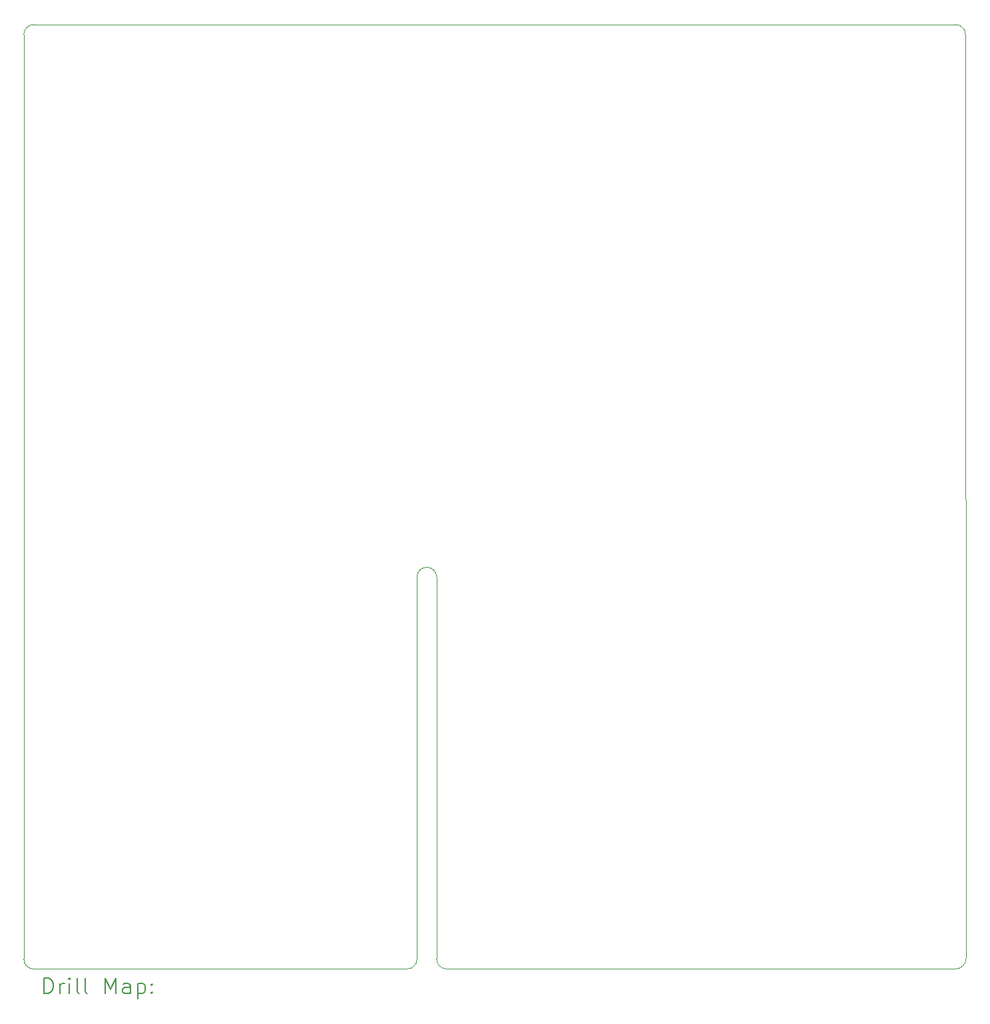
<source format=gbr>
%TF.GenerationSoftware,KiCad,Pcbnew,7.0.9*%
%TF.CreationDate,2025-01-17T20:12:48+02:00*%
%TF.ProjectId,varaajamonitori,76617261-616a-4616-9d6f-6e69746f7269,rev?*%
%TF.SameCoordinates,Original*%
%TF.FileFunction,Drillmap*%
%TF.FilePolarity,Positive*%
%FSLAX45Y45*%
G04 Gerber Fmt 4.5, Leading zero omitted, Abs format (unit mm)*
G04 Created by KiCad (PCBNEW 7.0.9) date 2025-01-17 20:12:48*
%MOMM*%
%LPD*%
G01*
G04 APERTURE LIST*
%ADD10C,0.050000*%
%ADD11C,0.200000*%
G04 APERTURE END LIST*
D10*
X10000000Y-10020000D02*
G75*
G03*
X9875000Y-9895000I-125000J0D01*
G01*
X9625000Y-15000000D02*
G75*
G03*
X9750000Y-14875000I0J125000D01*
G01*
X10000000Y-14875000D02*
G75*
G03*
X10125000Y-15000000I125000J0D01*
G01*
X16600000Y-15000003D02*
G75*
G03*
X16733463Y-14866537I0J133463D01*
G01*
X4750000Y-14875000D02*
G75*
G03*
X4875000Y-15000000I125000J0D01*
G01*
X4875000Y-3000000D02*
G75*
G03*
X4750000Y-3125000I0J-125000D01*
G01*
X16725000Y-3125000D02*
G75*
G03*
X16600000Y-3000000I-125000J0D01*
G01*
X10000000Y-10020000D02*
X10000000Y-14875000D01*
X9750000Y-14875000D02*
X9750000Y-10020000D01*
X4875000Y-15000000D02*
X9625000Y-15000000D01*
X9875000Y-9895000D02*
G75*
G03*
X9750000Y-10020000I0J-125000D01*
G01*
X10125000Y-15000000D02*
X16600000Y-15000000D01*
X16600000Y-3000000D02*
X4875000Y-3000000D01*
X16733463Y-14866537D02*
X16725000Y-3125000D01*
X4750000Y-14875000D02*
X4750000Y-3125000D01*
D11*
X5008277Y-15313984D02*
X5008277Y-15113984D01*
X5008277Y-15113984D02*
X5055896Y-15113984D01*
X5055896Y-15113984D02*
X5084467Y-15123508D01*
X5084467Y-15123508D02*
X5103515Y-15142555D01*
X5103515Y-15142555D02*
X5113039Y-15161603D01*
X5113039Y-15161603D02*
X5122563Y-15199698D01*
X5122563Y-15199698D02*
X5122563Y-15228269D01*
X5122563Y-15228269D02*
X5113039Y-15266365D01*
X5113039Y-15266365D02*
X5103515Y-15285412D01*
X5103515Y-15285412D02*
X5084467Y-15304460D01*
X5084467Y-15304460D02*
X5055896Y-15313984D01*
X5055896Y-15313984D02*
X5008277Y-15313984D01*
X5208277Y-15313984D02*
X5208277Y-15180650D01*
X5208277Y-15218746D02*
X5217801Y-15199698D01*
X5217801Y-15199698D02*
X5227324Y-15190174D01*
X5227324Y-15190174D02*
X5246372Y-15180650D01*
X5246372Y-15180650D02*
X5265420Y-15180650D01*
X5332086Y-15313984D02*
X5332086Y-15180650D01*
X5332086Y-15113984D02*
X5322563Y-15123508D01*
X5322563Y-15123508D02*
X5332086Y-15133031D01*
X5332086Y-15133031D02*
X5341610Y-15123508D01*
X5341610Y-15123508D02*
X5332086Y-15113984D01*
X5332086Y-15113984D02*
X5332086Y-15133031D01*
X5455896Y-15313984D02*
X5436848Y-15304460D01*
X5436848Y-15304460D02*
X5427324Y-15285412D01*
X5427324Y-15285412D02*
X5427324Y-15113984D01*
X5560658Y-15313984D02*
X5541610Y-15304460D01*
X5541610Y-15304460D02*
X5532086Y-15285412D01*
X5532086Y-15285412D02*
X5532086Y-15113984D01*
X5789229Y-15313984D02*
X5789229Y-15113984D01*
X5789229Y-15113984D02*
X5855896Y-15256841D01*
X5855896Y-15256841D02*
X5922562Y-15113984D01*
X5922562Y-15113984D02*
X5922562Y-15313984D01*
X6103515Y-15313984D02*
X6103515Y-15209222D01*
X6103515Y-15209222D02*
X6093991Y-15190174D01*
X6093991Y-15190174D02*
X6074943Y-15180650D01*
X6074943Y-15180650D02*
X6036848Y-15180650D01*
X6036848Y-15180650D02*
X6017801Y-15190174D01*
X6103515Y-15304460D02*
X6084467Y-15313984D01*
X6084467Y-15313984D02*
X6036848Y-15313984D01*
X6036848Y-15313984D02*
X6017801Y-15304460D01*
X6017801Y-15304460D02*
X6008277Y-15285412D01*
X6008277Y-15285412D02*
X6008277Y-15266365D01*
X6008277Y-15266365D02*
X6017801Y-15247317D01*
X6017801Y-15247317D02*
X6036848Y-15237793D01*
X6036848Y-15237793D02*
X6084467Y-15237793D01*
X6084467Y-15237793D02*
X6103515Y-15228269D01*
X6198753Y-15180650D02*
X6198753Y-15380650D01*
X6198753Y-15190174D02*
X6217801Y-15180650D01*
X6217801Y-15180650D02*
X6255896Y-15180650D01*
X6255896Y-15180650D02*
X6274943Y-15190174D01*
X6274943Y-15190174D02*
X6284467Y-15199698D01*
X6284467Y-15199698D02*
X6293991Y-15218746D01*
X6293991Y-15218746D02*
X6293991Y-15275888D01*
X6293991Y-15275888D02*
X6284467Y-15294936D01*
X6284467Y-15294936D02*
X6274943Y-15304460D01*
X6274943Y-15304460D02*
X6255896Y-15313984D01*
X6255896Y-15313984D02*
X6217801Y-15313984D01*
X6217801Y-15313984D02*
X6198753Y-15304460D01*
X6379705Y-15294936D02*
X6389229Y-15304460D01*
X6389229Y-15304460D02*
X6379705Y-15313984D01*
X6379705Y-15313984D02*
X6370182Y-15304460D01*
X6370182Y-15304460D02*
X6379705Y-15294936D01*
X6379705Y-15294936D02*
X6379705Y-15313984D01*
X6379705Y-15190174D02*
X6389229Y-15199698D01*
X6389229Y-15199698D02*
X6379705Y-15209222D01*
X6379705Y-15209222D02*
X6370182Y-15199698D01*
X6370182Y-15199698D02*
X6379705Y-15190174D01*
X6379705Y-15190174D02*
X6379705Y-15209222D01*
M02*

</source>
